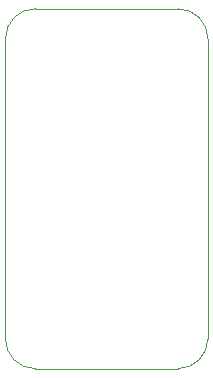
<source format=gbr>
G04 #@! TF.GenerationSoftware,KiCad,Pcbnew,5.1.2*
G04 #@! TF.CreationDate,2019-07-09T20:01:06-04:00*
G04 #@! TF.ProjectId,programmer,70726f67-7261-46d6-9d65-722e6b696361,rev?*
G04 #@! TF.SameCoordinates,PX9157080PY463f660*
G04 #@! TF.FileFunction,Profile,NP*
%FSLAX46Y46*%
G04 Gerber Fmt 4.6, Leading zero omitted, Abs format (unit mm)*
G04 Created by KiCad (PCBNEW 5.1.2) date 2019-07-09 20:01:06*
%MOMM*%
%LPD*%
G04 APERTURE LIST*
%ADD10C,0.050000*%
G04 APERTURE END LIST*
D10*
X17145000Y-27940000D02*
X17145000Y-2540000D01*
X2540000Y-30480000D02*
X14605000Y-30480000D01*
X0Y-2540000D02*
X0Y-27940000D01*
X14605000Y0D02*
X2540000Y0D01*
X14605000Y0D02*
G75*
G02X17145000Y-2540000I0J-2540000D01*
G01*
X17145000Y-27940000D02*
G75*
G02X14605000Y-30480000I-2540000J0D01*
G01*
X2540000Y-30480000D02*
G75*
G02X0Y-27940000I0J2540000D01*
G01*
X0Y-2540000D02*
G75*
G02X2540000Y0I2540000J0D01*
G01*
M02*

</source>
